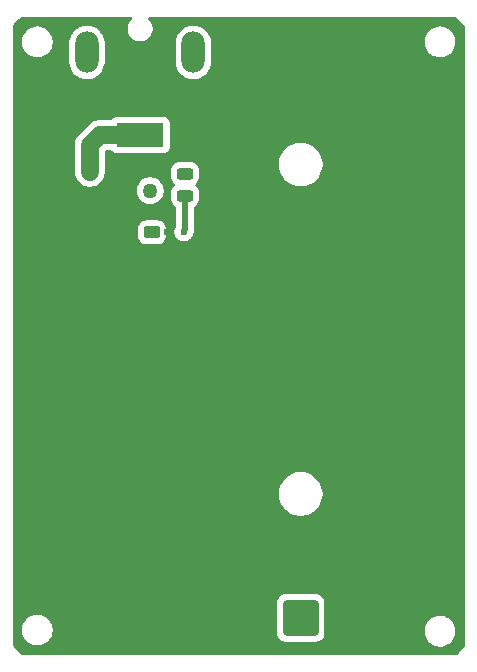
<source format=gbr>
%TF.GenerationSoftware,KiCad,Pcbnew,9.0.2*%
%TF.CreationDate,2025-06-25T22:40:44-04:00*%
%TF.ProjectId,NK_BMS,4e4b5f42-4d53-42e6-9b69-6361645f7063,rev?*%
%TF.SameCoordinates,Original*%
%TF.FileFunction,Copper,L1,Top*%
%TF.FilePolarity,Positive*%
%FSLAX46Y46*%
G04 Gerber Fmt 4.6, Leading zero omitted, Abs format (unit mm)*
G04 Created by KiCad (PCBNEW 9.0.2) date 2025-06-25 22:40:44*
%MOMM*%
%LPD*%
G01*
G04 APERTURE LIST*
G04 Aperture macros list*
%AMRoundRect*
0 Rectangle with rounded corners*
0 $1 Rounding radius*
0 $2 $3 $4 $5 $6 $7 $8 $9 X,Y pos of 4 corners*
0 Add a 4 corners polygon primitive as box body*
4,1,4,$2,$3,$4,$5,$6,$7,$8,$9,$2,$3,0*
0 Add four circle primitives for the rounded corners*
1,1,$1+$1,$2,$3*
1,1,$1+$1,$4,$5*
1,1,$1+$1,$6,$7*
1,1,$1+$1,$8,$9*
0 Add four rect primitives between the rounded corners*
20,1,$1+$1,$2,$3,$4,$5,0*
20,1,$1+$1,$4,$5,$6,$7,0*
20,1,$1+$1,$6,$7,$8,$9,0*
20,1,$1+$1,$8,$9,$2,$3,0*%
G04 Aperture macros list end*
%TA.AperFunction,SMDPad,CuDef*%
%ADD10RoundRect,0.243750X0.456250X-0.243750X0.456250X0.243750X-0.456250X0.243750X-0.456250X-0.243750X0*%
%TD*%
%TA.AperFunction,ComponentPad*%
%ADD11C,1.270000*%
%TD*%
%TA.AperFunction,ComponentPad*%
%ADD12RoundRect,0.250000X1.250000X-1.250000X1.250000X1.250000X-1.250000X1.250000X-1.250000X-1.250000X0*%
%TD*%
%TA.AperFunction,ComponentPad*%
%ADD13C,3.000000*%
%TD*%
%TA.AperFunction,ComponentPad*%
%ADD14R,4.000000X2.000000*%
%TD*%
%TA.AperFunction,ComponentPad*%
%ADD15O,3.300000X2.000000*%
%TD*%
%TA.AperFunction,ComponentPad*%
%ADD16O,2.000000X3.500000*%
%TD*%
%TA.AperFunction,SMDPad,CuDef*%
%ADD17RoundRect,0.250000X-0.450000X0.262500X-0.450000X-0.262500X0.450000X-0.262500X0.450000X0.262500X0*%
%TD*%
%TA.AperFunction,ViaPad*%
%ADD18C,0.600000*%
%TD*%
%TA.AperFunction,Conductor*%
%ADD19C,0.508000*%
%TD*%
%TA.AperFunction,Conductor*%
%ADD20C,1.524000*%
%TD*%
%TA.AperFunction,Conductor*%
%ADD21C,0.200000*%
%TD*%
G04 APERTURE END LIST*
D10*
%TO.P,D2,1,K*%
%TO.N,Net-(D2-K)*%
X131300000Y-83137500D03*
%TO.P,D2,2,A*%
%TO.N,Net-(D2-A)*%
X131300000Y-81262500D03*
%TD*%
D11*
%TO.P,F1,1*%
%TO.N,Net-(CN1-Pin_1)*%
X123250000Y-81100000D03*
%TO.P,F1,2*%
%TO.N,+5V*%
X128350000Y-82700000D03*
%TD*%
D12*
%TO.P,CN2,1,Pin_1*%
%TO.N,/BAT+*%
X141100000Y-118882500D03*
D13*
%TO.P,CN2,2,Pin_2*%
%TO.N,GND*%
X141100000Y-69982500D03*
%TD*%
D14*
%TO.P,CN1,1,Pin_1*%
%TO.N,Net-(CN1-Pin_1)*%
X127500000Y-78000000D03*
D15*
%TO.P,CN1,2,Pin_2*%
%TO.N,GND*%
X127500000Y-72000000D03*
D16*
%TO.P,CN1,MP*%
%TO.N,N/C*%
X132000000Y-71000000D03*
X123000000Y-71000000D03*
%TD*%
D17*
%TO.P,R1,1*%
%TO.N,Net-(U1-PROG)*%
X128500000Y-86237500D03*
%TO.P,R1,2*%
%TO.N,GND*%
X128500000Y-88062500D03*
%TD*%
D18*
%TO.N,GND*%
X131900000Y-87200000D03*
X129800000Y-88200000D03*
X129800000Y-87150000D03*
X129800000Y-86200000D03*
X118700000Y-114300000D03*
X117700000Y-111300000D03*
X118700000Y-112300000D03*
X120700000Y-111300000D03*
X119700000Y-113300000D03*
X118700000Y-113300000D03*
X117700000Y-112300000D03*
X117700000Y-113300000D03*
X120700000Y-114300000D03*
X120700000Y-110300000D03*
X120700000Y-108300000D03*
X117700000Y-105300000D03*
X119700000Y-103300000D03*
X120700000Y-104300000D03*
X118700000Y-106300000D03*
X117700000Y-108300000D03*
X119700000Y-110300000D03*
X118700000Y-103300000D03*
X118700000Y-111300000D03*
X119700000Y-104300000D03*
X117700000Y-109300000D03*
X120700000Y-107300000D03*
X118700000Y-108300000D03*
X117700000Y-104300000D03*
X119700000Y-106300000D03*
X120700000Y-105300000D03*
X117700000Y-110300000D03*
X119700000Y-108300000D03*
X118700000Y-107300000D03*
X117700000Y-103300000D03*
X120700000Y-109300000D03*
X118700000Y-104300000D03*
X118700000Y-109300000D03*
X117700000Y-106300000D03*
X118700000Y-110300000D03*
X119700000Y-105300000D03*
X120700000Y-112300000D03*
X117700000Y-107300000D03*
X119700000Y-112300000D03*
X120700000Y-113300000D03*
X120700000Y-106300000D03*
X117700000Y-114300000D03*
X119700000Y-107300000D03*
X120700000Y-103300000D03*
X119700000Y-114300000D03*
X119700000Y-111300000D03*
X118700000Y-105300000D03*
X119700000Y-109300000D03*
%TO.N,Net-(D2-A)*%
X131300000Y-81300000D03*
%TO.N,Net-(D2-K)*%
X131200000Y-86200000D03*
%TO.N,GND*%
X122700000Y-114300000D03*
X125700000Y-104300000D03*
X123700000Y-109300000D03*
X130700000Y-109300000D03*
X125700000Y-111300000D03*
X126700000Y-104300000D03*
X125700000Y-112300000D03*
X124700000Y-103300000D03*
X127700000Y-112300000D03*
X123700000Y-112300000D03*
X121700000Y-107300000D03*
X130700000Y-112300000D03*
X129700000Y-110300000D03*
X121700000Y-114300000D03*
X124700000Y-112300000D03*
X123700000Y-107300000D03*
X129700000Y-104300000D03*
X129700000Y-109300000D03*
X124700000Y-106300000D03*
X124700000Y-113300000D03*
X130700000Y-111300000D03*
X128700000Y-113300000D03*
X123700000Y-105300000D03*
X123700000Y-111300000D03*
X127700000Y-110300000D03*
X129700000Y-114300000D03*
X127700000Y-103300000D03*
X122700000Y-105300000D03*
X123700000Y-114300000D03*
X122700000Y-110300000D03*
X121700000Y-106300000D03*
X122700000Y-109300000D03*
X129700000Y-112300000D03*
X122700000Y-104300000D03*
X126700000Y-108300000D03*
X124700000Y-109300000D03*
X122700000Y-107300000D03*
X123700000Y-106300000D03*
X121700000Y-103300000D03*
X127700000Y-108300000D03*
X129700000Y-111300000D03*
X126700000Y-114300000D03*
X128700000Y-106300000D03*
X121700000Y-104300000D03*
X125700000Y-107300000D03*
X123700000Y-108300000D03*
X125700000Y-108300000D03*
X127700000Y-106300000D03*
X125700000Y-110300000D03*
X126700000Y-103300000D03*
X121700000Y-110300000D03*
X126700000Y-109300000D03*
X124700000Y-105300000D03*
X126700000Y-111300000D03*
X122700000Y-108300000D03*
X121700000Y-108300000D03*
X128700000Y-111300000D03*
X122700000Y-111300000D03*
X129700000Y-113300000D03*
X125700000Y-113300000D03*
X127700000Y-104300000D03*
X128700000Y-109300000D03*
X128700000Y-107300000D03*
X121700000Y-109300000D03*
X124700000Y-107300000D03*
X126700000Y-106300000D03*
X128700000Y-110300000D03*
X127700000Y-109300000D03*
X130700000Y-114300000D03*
X122700000Y-103300000D03*
X128700000Y-108300000D03*
X130700000Y-110300000D03*
X128700000Y-114300000D03*
X130700000Y-108300000D03*
X125700000Y-103300000D03*
X130700000Y-103300000D03*
X122700000Y-106300000D03*
X124700000Y-104300000D03*
X128700000Y-105300000D03*
X128700000Y-103300000D03*
X127700000Y-113300000D03*
X123700000Y-103300000D03*
X123700000Y-104300000D03*
X129700000Y-105300000D03*
X130700000Y-106300000D03*
X123700000Y-110300000D03*
X129700000Y-108300000D03*
X128700000Y-104300000D03*
X121700000Y-105300000D03*
X130700000Y-105300000D03*
X126700000Y-110300000D03*
X127700000Y-105300000D03*
X124700000Y-108300000D03*
X127700000Y-107300000D03*
X126700000Y-107300000D03*
X125700000Y-105300000D03*
X125700000Y-106300000D03*
X129700000Y-103300000D03*
X127700000Y-111300000D03*
X121700000Y-112300000D03*
X130700000Y-113300000D03*
X130700000Y-104300000D03*
X125700000Y-114300000D03*
X126700000Y-113300000D03*
X124700000Y-110300000D03*
X124700000Y-114300000D03*
X121700000Y-113300000D03*
X122700000Y-113300000D03*
X123700000Y-113300000D03*
X126700000Y-105300000D03*
X129700000Y-107300000D03*
X130700000Y-107300000D03*
X126700000Y-112300000D03*
X125700000Y-109300000D03*
X121700000Y-111300000D03*
X128700000Y-112300000D03*
X122700000Y-112300000D03*
X127700000Y-114300000D03*
X124700000Y-111300000D03*
X129700000Y-106300000D03*
%TO.N,Net-(U1-PROG)*%
X128450000Y-86200000D03*
%TD*%
D19*
%TO.N,Net-(D2-K)*%
X131300000Y-86000000D02*
X131300000Y-83137500D01*
X131200000Y-86100000D02*
X131300000Y-86000000D01*
X131200000Y-86200000D02*
X131200000Y-86100000D01*
D20*
%TO.N,Net-(CN1-Pin_1)*%
X123250000Y-78850000D02*
X123250000Y-81100000D01*
X127500000Y-78000000D02*
X124100000Y-78000000D01*
X124100000Y-78000000D02*
X123250000Y-78850000D01*
D21*
%TO.N,Net-(U1-PROG)*%
X128487500Y-86237500D02*
X128450000Y-86200000D01*
X128500000Y-86237500D02*
X128487500Y-86237500D01*
%TD*%
%TA.AperFunction,Conductor*%
%TO.N,GND*%
G36*
X126781544Y-68020185D02*
G01*
X126827299Y-68072989D01*
X126837243Y-68142147D01*
X126808218Y-68205703D01*
X126802186Y-68212181D01*
X126684025Y-68330341D01*
X126684024Y-68330342D01*
X126569058Y-68502403D01*
X126489870Y-68693579D01*
X126489868Y-68693587D01*
X126449500Y-68896530D01*
X126449500Y-69103469D01*
X126489868Y-69306412D01*
X126489870Y-69306420D01*
X126569058Y-69497596D01*
X126684024Y-69669657D01*
X126830342Y-69815975D01*
X126830345Y-69815977D01*
X127002402Y-69930941D01*
X127193580Y-70010130D01*
X127396530Y-70050499D01*
X127396534Y-70050500D01*
X127396535Y-70050500D01*
X127603466Y-70050500D01*
X127603467Y-70050499D01*
X127806420Y-70010130D01*
X127997598Y-69930941D01*
X128169655Y-69815977D01*
X128315977Y-69669655D01*
X128430941Y-69497598D01*
X128510130Y-69306420D01*
X128550500Y-69103465D01*
X128550500Y-68896535D01*
X128510130Y-68693580D01*
X128430941Y-68502402D01*
X128315977Y-68330345D01*
X128315975Y-68330342D01*
X128197814Y-68212181D01*
X128164329Y-68150858D01*
X128169313Y-68081166D01*
X128211185Y-68025233D01*
X128276649Y-68000816D01*
X128285495Y-68000500D01*
X154135736Y-68000500D01*
X154202775Y-68020185D01*
X154211595Y-68026411D01*
X154420317Y-68187872D01*
X154431465Y-68197616D01*
X154660046Y-68422895D01*
X154669377Y-68433185D01*
X154795873Y-68589461D01*
X154875058Y-68687287D01*
X154882679Y-68697780D01*
X154979507Y-68846941D01*
X154999499Y-68913887D01*
X154999500Y-68914456D01*
X154999500Y-121211857D01*
X154981203Y-121276687D01*
X154949833Y-121327835D01*
X154941138Y-121340241D01*
X154717662Y-121620926D01*
X154707636Y-121632065D01*
X154493189Y-121843134D01*
X154482023Y-121852881D01*
X154325759Y-121973622D01*
X154260675Y-121999035D01*
X154249943Y-121999500D01*
X117565653Y-121999500D01*
X117498614Y-121979815D01*
X117492355Y-121975517D01*
X117307471Y-121840023D01*
X117296479Y-121830952D01*
X117062038Y-121613670D01*
X117052385Y-121603661D01*
X116842300Y-121359818D01*
X116834024Y-121349076D01*
X116722281Y-121186355D01*
X116700558Y-121119948D01*
X116700500Y-121116160D01*
X116700500Y-119797648D01*
X117499500Y-119797648D01*
X117499500Y-120002351D01*
X117531522Y-120204534D01*
X117594781Y-120399223D01*
X117687715Y-120581613D01*
X117808028Y-120747213D01*
X117952786Y-120891971D01*
X118090420Y-120991966D01*
X118118390Y-121012287D01*
X118234607Y-121071503D01*
X118300776Y-121105218D01*
X118300778Y-121105218D01*
X118300781Y-121105220D01*
X118405137Y-121139127D01*
X118495465Y-121168477D01*
X118596557Y-121184488D01*
X118697648Y-121200500D01*
X118697649Y-121200500D01*
X118902351Y-121200500D01*
X118902352Y-121200500D01*
X119104534Y-121168477D01*
X119299219Y-121105220D01*
X119481610Y-121012287D01*
X119574590Y-120944732D01*
X119647213Y-120891971D01*
X119647215Y-120891968D01*
X119647219Y-120891966D01*
X119791966Y-120747219D01*
X119791968Y-120747215D01*
X119791971Y-120747213D01*
X119898085Y-120601157D01*
X119912287Y-120581610D01*
X120005220Y-120399219D01*
X120068477Y-120204534D01*
X120100500Y-120002352D01*
X120100500Y-119797648D01*
X120068477Y-119595466D01*
X120005220Y-119400781D01*
X120005218Y-119400778D01*
X120005218Y-119400776D01*
X119971503Y-119334607D01*
X119912287Y-119218390D01*
X119904556Y-119207749D01*
X119791971Y-119052786D01*
X119647213Y-118908028D01*
X119481613Y-118787715D01*
X119481612Y-118787714D01*
X119481610Y-118787713D01*
X119424653Y-118758691D01*
X119299223Y-118694781D01*
X119104534Y-118631522D01*
X118929995Y-118603878D01*
X118902352Y-118599500D01*
X118697648Y-118599500D01*
X118673329Y-118603351D01*
X118495465Y-118631522D01*
X118300776Y-118694781D01*
X118118386Y-118787715D01*
X117952786Y-118908028D01*
X117808028Y-119052786D01*
X117687715Y-119218386D01*
X117594781Y-119400776D01*
X117531522Y-119595465D01*
X117499500Y-119797648D01*
X116700500Y-119797648D01*
X116700500Y-117582483D01*
X139099500Y-117582483D01*
X139099500Y-120182501D01*
X139099501Y-120182518D01*
X139110000Y-120285296D01*
X139110001Y-120285299D01*
X139147751Y-120399219D01*
X139165186Y-120451834D01*
X139257288Y-120601156D01*
X139381344Y-120725212D01*
X139530666Y-120817314D01*
X139697203Y-120872499D01*
X139799991Y-120883000D01*
X142400008Y-120882999D01*
X142502797Y-120872499D01*
X142669334Y-120817314D01*
X142818656Y-120725212D01*
X142942712Y-120601156D01*
X143034814Y-120451834D01*
X143089999Y-120285297D01*
X143100500Y-120182509D01*
X143100500Y-119897648D01*
X151599500Y-119897648D01*
X151599500Y-120102351D01*
X151631522Y-120304534D01*
X151694781Y-120499223D01*
X151787715Y-120681613D01*
X151908028Y-120847213D01*
X152052786Y-120991971D01*
X152207749Y-121104556D01*
X152218390Y-121112287D01*
X152328669Y-121168477D01*
X152400776Y-121205218D01*
X152400778Y-121205218D01*
X152400781Y-121205220D01*
X152505137Y-121239127D01*
X152595465Y-121268477D01*
X152647301Y-121276687D01*
X152797648Y-121300500D01*
X152797649Y-121300500D01*
X153002351Y-121300500D01*
X153002352Y-121300500D01*
X153204534Y-121268477D01*
X153399219Y-121205220D01*
X153581610Y-121112287D01*
X153674590Y-121044732D01*
X153747213Y-120991971D01*
X153747215Y-120991968D01*
X153747219Y-120991966D01*
X153891966Y-120847219D01*
X153891968Y-120847215D01*
X153891971Y-120847213D01*
X153944732Y-120774590D01*
X154012287Y-120681610D01*
X154105220Y-120499219D01*
X154168477Y-120304534D01*
X154200500Y-120102352D01*
X154200500Y-119897648D01*
X154168477Y-119695466D01*
X154105220Y-119500781D01*
X154105218Y-119500778D01*
X154105218Y-119500776D01*
X154054265Y-119400776D01*
X154012287Y-119318390D01*
X154004556Y-119307749D01*
X153891971Y-119152786D01*
X153747213Y-119008028D01*
X153581613Y-118887715D01*
X153581612Y-118887714D01*
X153581610Y-118887713D01*
X153524653Y-118858691D01*
X153399223Y-118794781D01*
X153204534Y-118731522D01*
X153029995Y-118703878D01*
X153002352Y-118699500D01*
X152797648Y-118699500D01*
X152773329Y-118703351D01*
X152595465Y-118731522D01*
X152400776Y-118794781D01*
X152218386Y-118887715D01*
X152052786Y-119008028D01*
X151908028Y-119152786D01*
X151787715Y-119318386D01*
X151694781Y-119500776D01*
X151631522Y-119695465D01*
X151599500Y-119897648D01*
X143100500Y-119897648D01*
X143100499Y-118794781D01*
X143100499Y-117582498D01*
X143100498Y-117582481D01*
X143089999Y-117479703D01*
X143089998Y-117479700D01*
X143034814Y-117313166D01*
X142942712Y-117163844D01*
X142818656Y-117039788D01*
X142669334Y-116947686D01*
X142502797Y-116892501D01*
X142502795Y-116892500D01*
X142400010Y-116882000D01*
X139799998Y-116882000D01*
X139799981Y-116882001D01*
X139697203Y-116892500D01*
X139697200Y-116892501D01*
X139530668Y-116947685D01*
X139530663Y-116947687D01*
X139381342Y-117039789D01*
X139257289Y-117163842D01*
X139165187Y-117313163D01*
X139165186Y-117313166D01*
X139110001Y-117479703D01*
X139110001Y-117479704D01*
X139110000Y-117479704D01*
X139099500Y-117582483D01*
X116700500Y-117582483D01*
X116700500Y-108261211D01*
X139249500Y-108261211D01*
X139249500Y-108503788D01*
X139281161Y-108744285D01*
X139343947Y-108978604D01*
X139436773Y-109202705D01*
X139436776Y-109202712D01*
X139558064Y-109412789D01*
X139558066Y-109412792D01*
X139558067Y-109412793D01*
X139705733Y-109605236D01*
X139705739Y-109605243D01*
X139877256Y-109776760D01*
X139877262Y-109776765D01*
X140069711Y-109924436D01*
X140279788Y-110045724D01*
X140503900Y-110138554D01*
X140738211Y-110201338D01*
X140918586Y-110225084D01*
X140978711Y-110233000D01*
X140978712Y-110233000D01*
X141221289Y-110233000D01*
X141269388Y-110226667D01*
X141461789Y-110201338D01*
X141696100Y-110138554D01*
X141920212Y-110045724D01*
X142130289Y-109924436D01*
X142322738Y-109776765D01*
X142494265Y-109605238D01*
X142641936Y-109412789D01*
X142763224Y-109202712D01*
X142856054Y-108978600D01*
X142918838Y-108744289D01*
X142950500Y-108503788D01*
X142950500Y-108261212D01*
X142918838Y-108020711D01*
X142856054Y-107786400D01*
X142763224Y-107562288D01*
X142641936Y-107352211D01*
X142494265Y-107159762D01*
X142494260Y-107159756D01*
X142322743Y-106988239D01*
X142322736Y-106988233D01*
X142130293Y-106840567D01*
X142130292Y-106840566D01*
X142130289Y-106840564D01*
X141920212Y-106719276D01*
X141920205Y-106719273D01*
X141696104Y-106626447D01*
X141461785Y-106563661D01*
X141221289Y-106532000D01*
X141221288Y-106532000D01*
X140978712Y-106532000D01*
X140978711Y-106532000D01*
X140738214Y-106563661D01*
X140503895Y-106626447D01*
X140279794Y-106719273D01*
X140279785Y-106719277D01*
X140069706Y-106840567D01*
X139877263Y-106988233D01*
X139877256Y-106988239D01*
X139705739Y-107159756D01*
X139705733Y-107159763D01*
X139558067Y-107352206D01*
X139436777Y-107562285D01*
X139436773Y-107562294D01*
X139343947Y-107786395D01*
X139281161Y-108020714D01*
X139249500Y-108261211D01*
X116700500Y-108261211D01*
X116700500Y-85924983D01*
X127299500Y-85924983D01*
X127299500Y-86550001D01*
X127299501Y-86550019D01*
X127310000Y-86652796D01*
X127310001Y-86652799D01*
X127329052Y-86710289D01*
X127365186Y-86819334D01*
X127457288Y-86968656D01*
X127581344Y-87092712D01*
X127730666Y-87184814D01*
X127897203Y-87239999D01*
X127999991Y-87250500D01*
X129000008Y-87250499D01*
X129000016Y-87250498D01*
X129000019Y-87250498D01*
X129056302Y-87244748D01*
X129102797Y-87239999D01*
X129269334Y-87184814D01*
X129418656Y-87092712D01*
X129542712Y-86968656D01*
X129634814Y-86819334D01*
X129689999Y-86652797D01*
X129700500Y-86550009D01*
X129700499Y-85924992D01*
X129689999Y-85822203D01*
X129634814Y-85655666D01*
X129542712Y-85506344D01*
X129418656Y-85382288D01*
X129269334Y-85290186D01*
X129102797Y-85235001D01*
X129102795Y-85235000D01*
X129000010Y-85224500D01*
X127999998Y-85224500D01*
X127999980Y-85224501D01*
X127897203Y-85235000D01*
X127897200Y-85235001D01*
X127730668Y-85290185D01*
X127730663Y-85290187D01*
X127581342Y-85382289D01*
X127457289Y-85506342D01*
X127365187Y-85655663D01*
X127365185Y-85655668D01*
X127352488Y-85693986D01*
X127310001Y-85822203D01*
X127310001Y-85822204D01*
X127310000Y-85822204D01*
X127299500Y-85924983D01*
X116700500Y-85924983D01*
X116700500Y-82610634D01*
X127214500Y-82610634D01*
X127214500Y-82789365D01*
X127242460Y-82965898D01*
X127242460Y-82965901D01*
X127297689Y-83135878D01*
X127297691Y-83135881D01*
X127378833Y-83295132D01*
X127483889Y-83439728D01*
X127610272Y-83566111D01*
X127754868Y-83671167D01*
X127914119Y-83752309D01*
X127914121Y-83752310D01*
X128072670Y-83803825D01*
X128084103Y-83807540D01*
X128260634Y-83835500D01*
X128260635Y-83835500D01*
X128439365Y-83835500D01*
X128439366Y-83835500D01*
X128615897Y-83807540D01*
X128615900Y-83807539D01*
X128615901Y-83807539D01*
X128785878Y-83752310D01*
X128785878Y-83752309D01*
X128785881Y-83752309D01*
X128945132Y-83671167D01*
X129089728Y-83566111D01*
X129216111Y-83439728D01*
X129321167Y-83295132D01*
X129402309Y-83135881D01*
X129457540Y-82965897D01*
X129485500Y-82789366D01*
X129485500Y-82610634D01*
X129457540Y-82434103D01*
X129457539Y-82434099D01*
X129457539Y-82434098D01*
X129402310Y-82264121D01*
X129402308Y-82264118D01*
X129369639Y-82200000D01*
X129321167Y-82104868D01*
X129216111Y-81960272D01*
X129089728Y-81833889D01*
X128945132Y-81728833D01*
X128785881Y-81647691D01*
X128785878Y-81647689D01*
X128615899Y-81592460D01*
X128498209Y-81573820D01*
X128439366Y-81564500D01*
X128260634Y-81564500D01*
X128201790Y-81573820D01*
X128084101Y-81592460D01*
X128084098Y-81592460D01*
X127914121Y-81647689D01*
X127914118Y-81647691D01*
X127754867Y-81728833D01*
X127610270Y-81833890D01*
X127483890Y-81960270D01*
X127378833Y-82104867D01*
X127297691Y-82264118D01*
X127297689Y-82264121D01*
X127242460Y-82434098D01*
X127242460Y-82434101D01*
X127214500Y-82610634D01*
X116700500Y-82610634D01*
X116700500Y-78750639D01*
X121987500Y-78750639D01*
X121987500Y-81199360D01*
X122018587Y-81395637D01*
X122079993Y-81584629D01*
X122079994Y-81584632D01*
X122153469Y-81728833D01*
X122170213Y-81761694D01*
X122287019Y-81922464D01*
X122427536Y-82062981D01*
X122588306Y-82179787D01*
X122656705Y-82214638D01*
X122765367Y-82270005D01*
X122765370Y-82270006D01*
X122794449Y-82279454D01*
X122954364Y-82331413D01*
X123150639Y-82362500D01*
X123150640Y-82362500D01*
X123349360Y-82362500D01*
X123349361Y-82362500D01*
X123545636Y-82331413D01*
X123734632Y-82270005D01*
X123911694Y-82179787D01*
X124072464Y-82062981D01*
X124212981Y-81922464D01*
X124329787Y-81761694D01*
X124420005Y-81584632D01*
X124481413Y-81395636D01*
X124512500Y-81199361D01*
X124512500Y-80969144D01*
X130099500Y-80969144D01*
X130099500Y-81555855D01*
X130109913Y-81657776D01*
X130164637Y-81822922D01*
X130164642Y-81822933D01*
X130255971Y-81970999D01*
X130255974Y-81971003D01*
X130378996Y-82094025D01*
X130379000Y-82094028D01*
X130379703Y-82094462D01*
X130380083Y-82094885D01*
X130384664Y-82098507D01*
X130384045Y-82099289D01*
X130426428Y-82146410D01*
X130437649Y-82215372D01*
X130409806Y-82279454D01*
X130384544Y-82301342D01*
X130384664Y-82301493D01*
X130381315Y-82304140D01*
X130379703Y-82305538D01*
X130379000Y-82305971D01*
X130378996Y-82305974D01*
X130255974Y-82428996D01*
X130255971Y-82429000D01*
X130164642Y-82577066D01*
X130164637Y-82577077D01*
X130109913Y-82742223D01*
X130099500Y-82844144D01*
X130099500Y-83430855D01*
X130109913Y-83532776D01*
X130164637Y-83697922D01*
X130164642Y-83697933D01*
X130255971Y-83845999D01*
X130255974Y-83846003D01*
X130378997Y-83969026D01*
X130486598Y-84035395D01*
X130533321Y-84087342D01*
X130545500Y-84140933D01*
X130545500Y-85685115D01*
X130543687Y-85693986D01*
X130544647Y-85699633D01*
X130538597Y-85718908D01*
X130535569Y-85733739D01*
X130532522Y-85740886D01*
X130531370Y-85742611D01*
X130517054Y-85777173D01*
X130516807Y-85777753D01*
X130516424Y-85778217D01*
X130505842Y-85798017D01*
X130490610Y-85820814D01*
X130490602Y-85820828D01*
X130430264Y-85966498D01*
X130430261Y-85966510D01*
X130399500Y-86121153D01*
X130399500Y-86278846D01*
X130430261Y-86433489D01*
X130430264Y-86433501D01*
X130490602Y-86579172D01*
X130490609Y-86579185D01*
X130578210Y-86710288D01*
X130578213Y-86710292D01*
X130689707Y-86821786D01*
X130689711Y-86821789D01*
X130820814Y-86909390D01*
X130820827Y-86909397D01*
X130966498Y-86969735D01*
X130966503Y-86969737D01*
X131121153Y-87000499D01*
X131121156Y-87000500D01*
X131121158Y-87000500D01*
X131278844Y-87000500D01*
X131278845Y-87000499D01*
X131433497Y-86969737D01*
X131579179Y-86909394D01*
X131710289Y-86821789D01*
X131821789Y-86710289D01*
X131909394Y-86579179D01*
X131969737Y-86433497D01*
X131997505Y-86293891D01*
X132004556Y-86270652D01*
X132025505Y-86220080D01*
X132054500Y-86074312D01*
X132054500Y-84140933D01*
X132074185Y-84073894D01*
X132113400Y-84035396D01*
X132221003Y-83969026D01*
X132344026Y-83846003D01*
X132435362Y-83697925D01*
X132490087Y-83532775D01*
X132500500Y-83430848D01*
X132500500Y-82844152D01*
X132490087Y-82742225D01*
X132435362Y-82577075D01*
X132435358Y-82577069D01*
X132435357Y-82577066D01*
X132344028Y-82429000D01*
X132344025Y-82428996D01*
X132221004Y-82305975D01*
X132221003Y-82305974D01*
X132220301Y-82305541D01*
X132219921Y-82305118D01*
X132215336Y-82301493D01*
X132215955Y-82300709D01*
X132173575Y-82253598D01*
X132162349Y-82184636D01*
X132190188Y-82120552D01*
X132215455Y-82098657D01*
X132215336Y-82098507D01*
X132218687Y-82095856D01*
X132220299Y-82094459D01*
X132221003Y-82094026D01*
X132344026Y-81971003D01*
X132435362Y-81822925D01*
X132490087Y-81657775D01*
X132500500Y-81555848D01*
X132500500Y-80969152D01*
X132490087Y-80867225D01*
X132435362Y-80702075D01*
X132435358Y-80702069D01*
X132435357Y-80702066D01*
X132344028Y-80554000D01*
X132344025Y-80553996D01*
X132221003Y-80430974D01*
X132220999Y-80430971D01*
X132107901Y-80361211D01*
X139249500Y-80361211D01*
X139249500Y-80603788D01*
X139281161Y-80844285D01*
X139343947Y-81078604D01*
X139436773Y-81302705D01*
X139436776Y-81302712D01*
X139558064Y-81512789D01*
X139558066Y-81512792D01*
X139558067Y-81512793D01*
X139705733Y-81705236D01*
X139705739Y-81705243D01*
X139877256Y-81876760D01*
X139877262Y-81876765D01*
X140069711Y-82024436D01*
X140279788Y-82145724D01*
X140503900Y-82238554D01*
X140738211Y-82301338D01*
X140918586Y-82325084D01*
X140978711Y-82333000D01*
X140978712Y-82333000D01*
X141221289Y-82333000D01*
X141269388Y-82326667D01*
X141461789Y-82301338D01*
X141696100Y-82238554D01*
X141920212Y-82145724D01*
X142130289Y-82024436D01*
X142322738Y-81876765D01*
X142494265Y-81705238D01*
X142641936Y-81512789D01*
X142763224Y-81302712D01*
X142856054Y-81078600D01*
X142918838Y-80844289D01*
X142950500Y-80603788D01*
X142950500Y-80361212D01*
X142918838Y-80120711D01*
X142856054Y-79886400D01*
X142763224Y-79662288D01*
X142641936Y-79452211D01*
X142534493Y-79312188D01*
X142494266Y-79259763D01*
X142494260Y-79259756D01*
X142322743Y-79088239D01*
X142322736Y-79088233D01*
X142130293Y-78940567D01*
X142130292Y-78940566D01*
X142130289Y-78940564D01*
X141920212Y-78819276D01*
X141920205Y-78819273D01*
X141696104Y-78726447D01*
X141461785Y-78663661D01*
X141221289Y-78632000D01*
X141221288Y-78632000D01*
X140978712Y-78632000D01*
X140978711Y-78632000D01*
X140738214Y-78663661D01*
X140503895Y-78726447D01*
X140279794Y-78819273D01*
X140279785Y-78819277D01*
X140069706Y-78940567D01*
X139877263Y-79088233D01*
X139877256Y-79088239D01*
X139705739Y-79259756D01*
X139705733Y-79259763D01*
X139558067Y-79452206D01*
X139436777Y-79662285D01*
X139436773Y-79662294D01*
X139343947Y-79886395D01*
X139281161Y-80120714D01*
X139249500Y-80361211D01*
X132107901Y-80361211D01*
X132072933Y-80339642D01*
X132072927Y-80339639D01*
X132072925Y-80339638D01*
X132072922Y-80339637D01*
X131907776Y-80284913D01*
X131805855Y-80274500D01*
X131805848Y-80274500D01*
X130794152Y-80274500D01*
X130794144Y-80274500D01*
X130692223Y-80284913D01*
X130527077Y-80339637D01*
X130527066Y-80339642D01*
X130379000Y-80430971D01*
X130378996Y-80430974D01*
X130255974Y-80553996D01*
X130255971Y-80554000D01*
X130164642Y-80702066D01*
X130164637Y-80702077D01*
X130109913Y-80867223D01*
X130099500Y-80969144D01*
X124512500Y-80969144D01*
X124512500Y-79424306D01*
X124521144Y-79394865D01*
X124527668Y-79364879D01*
X124531422Y-79359863D01*
X124532185Y-79357267D01*
X124548819Y-79336625D01*
X124586625Y-79298819D01*
X124647948Y-79265334D01*
X124674306Y-79262500D01*
X125009233Y-79262500D01*
X125076272Y-79282185D01*
X125108499Y-79312188D01*
X125142454Y-79357546D01*
X125257669Y-79443796D01*
X125257670Y-79443796D01*
X125257671Y-79443797D01*
X125392517Y-79494091D01*
X125392516Y-79494091D01*
X125399444Y-79494835D01*
X125452127Y-79500500D01*
X129547872Y-79500499D01*
X129607483Y-79494091D01*
X129742331Y-79443796D01*
X129857546Y-79357546D01*
X129943796Y-79242331D01*
X129994091Y-79107483D01*
X130000500Y-79047873D01*
X130000499Y-76952128D01*
X129994091Y-76892517D01*
X129970771Y-76829994D01*
X129943797Y-76757671D01*
X129943793Y-76757664D01*
X129857547Y-76642455D01*
X129857544Y-76642452D01*
X129742335Y-76556206D01*
X129742328Y-76556202D01*
X129607482Y-76505908D01*
X129607483Y-76505908D01*
X129547883Y-76499501D01*
X129547881Y-76499500D01*
X129547873Y-76499500D01*
X129547864Y-76499500D01*
X125452129Y-76499500D01*
X125452123Y-76499501D01*
X125392516Y-76505908D01*
X125257671Y-76556202D01*
X125257669Y-76556204D01*
X125142456Y-76642452D01*
X125142454Y-76642454D01*
X125108499Y-76687812D01*
X125052565Y-76729682D01*
X125009233Y-76737500D01*
X124204496Y-76737500D01*
X124204472Y-76737499D01*
X124199361Y-76737499D01*
X124000640Y-76737499D01*
X123935214Y-76747861D01*
X123804362Y-76768587D01*
X123615370Y-76829993D01*
X123615367Y-76829994D01*
X123438305Y-76920213D01*
X123277533Y-77037021D01*
X122287021Y-78027533D01*
X122170213Y-78188305D01*
X122079994Y-78365367D01*
X122079993Y-78365370D01*
X122018587Y-78554362D01*
X121987500Y-78750639D01*
X116700500Y-78750639D01*
X116700500Y-69997648D01*
X117499500Y-69997648D01*
X117499500Y-70202351D01*
X117531522Y-70404534D01*
X117594781Y-70599223D01*
X117687715Y-70781613D01*
X117808028Y-70947213D01*
X117952786Y-71091971D01*
X118107749Y-71204556D01*
X118118390Y-71212287D01*
X118234607Y-71271503D01*
X118300776Y-71305218D01*
X118300778Y-71305218D01*
X118300781Y-71305220D01*
X118405137Y-71339127D01*
X118495465Y-71368477D01*
X118596557Y-71384488D01*
X118697648Y-71400500D01*
X118697649Y-71400500D01*
X118902351Y-71400500D01*
X118902352Y-71400500D01*
X119104534Y-71368477D01*
X119299219Y-71305220D01*
X119481610Y-71212287D01*
X119574590Y-71144732D01*
X119647213Y-71091971D01*
X119647215Y-71091968D01*
X119647219Y-71091966D01*
X119791966Y-70947219D01*
X119791968Y-70947215D01*
X119791971Y-70947213D01*
X119844732Y-70874590D01*
X119912287Y-70781610D01*
X120005220Y-70599219D01*
X120068477Y-70404534D01*
X120100500Y-70202352D01*
X120100500Y-70131902D01*
X121499500Y-70131902D01*
X121499500Y-71868097D01*
X121536446Y-72101368D01*
X121609433Y-72325996D01*
X121716657Y-72536433D01*
X121855483Y-72727510D01*
X122022490Y-72894517D01*
X122213567Y-73033343D01*
X122312991Y-73084002D01*
X122424003Y-73140566D01*
X122424005Y-73140566D01*
X122424008Y-73140568D01*
X122544412Y-73179689D01*
X122648631Y-73213553D01*
X122881903Y-73250500D01*
X122881908Y-73250500D01*
X123118097Y-73250500D01*
X123351368Y-73213553D01*
X123575992Y-73140568D01*
X123786433Y-73033343D01*
X123977510Y-72894517D01*
X124144517Y-72727510D01*
X124283343Y-72536433D01*
X124390568Y-72325992D01*
X124463553Y-72101368D01*
X124500500Y-71868097D01*
X124500500Y-70131902D01*
X130499500Y-70131902D01*
X130499500Y-71868097D01*
X130536446Y-72101368D01*
X130609433Y-72325996D01*
X130716657Y-72536433D01*
X130855483Y-72727510D01*
X131022490Y-72894517D01*
X131213567Y-73033343D01*
X131312991Y-73084002D01*
X131424003Y-73140566D01*
X131424005Y-73140566D01*
X131424008Y-73140568D01*
X131544412Y-73179689D01*
X131648631Y-73213553D01*
X131881903Y-73250500D01*
X131881908Y-73250500D01*
X132118097Y-73250500D01*
X132351368Y-73213553D01*
X132575992Y-73140568D01*
X132786433Y-73033343D01*
X132977510Y-72894517D01*
X133144517Y-72727510D01*
X133283343Y-72536433D01*
X133390568Y-72325992D01*
X133463553Y-72101368D01*
X133500500Y-71868097D01*
X133500500Y-70131902D01*
X133481537Y-70012174D01*
X133479236Y-69997648D01*
X151599500Y-69997648D01*
X151599500Y-70202351D01*
X151631522Y-70404534D01*
X151694781Y-70599223D01*
X151787715Y-70781613D01*
X151908028Y-70947213D01*
X152052786Y-71091971D01*
X152207749Y-71204556D01*
X152218390Y-71212287D01*
X152334607Y-71271503D01*
X152400776Y-71305218D01*
X152400778Y-71305218D01*
X152400781Y-71305220D01*
X152505137Y-71339127D01*
X152595465Y-71368477D01*
X152696557Y-71384488D01*
X152797648Y-71400500D01*
X152797649Y-71400500D01*
X153002351Y-71400500D01*
X153002352Y-71400500D01*
X153204534Y-71368477D01*
X153399219Y-71305220D01*
X153581610Y-71212287D01*
X153674590Y-71144732D01*
X153747213Y-71091971D01*
X153747215Y-71091968D01*
X153747219Y-71091966D01*
X153891966Y-70947219D01*
X153891968Y-70947215D01*
X153891971Y-70947213D01*
X153944732Y-70874590D01*
X154012287Y-70781610D01*
X154105220Y-70599219D01*
X154168477Y-70404534D01*
X154200500Y-70202352D01*
X154200500Y-69997648D01*
X154168477Y-69795465D01*
X154127599Y-69669657D01*
X154105220Y-69600781D01*
X154105218Y-69600778D01*
X154105218Y-69600776D01*
X154071503Y-69534607D01*
X154012287Y-69418390D01*
X154004556Y-69407749D01*
X153891971Y-69252786D01*
X153747213Y-69108028D01*
X153581613Y-68987715D01*
X153581612Y-68987714D01*
X153581610Y-68987713D01*
X153524653Y-68958691D01*
X153399223Y-68894781D01*
X153204534Y-68831522D01*
X153029995Y-68803878D01*
X153002352Y-68799500D01*
X152797648Y-68799500D01*
X152773329Y-68803351D01*
X152595465Y-68831522D01*
X152400776Y-68894781D01*
X152218386Y-68987715D01*
X152052786Y-69108028D01*
X151908028Y-69252786D01*
X151787715Y-69418386D01*
X151694781Y-69600776D01*
X151631522Y-69795465D01*
X151599500Y-69997648D01*
X133479236Y-69997648D01*
X133463553Y-69898631D01*
X133390566Y-69674003D01*
X133334002Y-69562991D01*
X133283343Y-69463567D01*
X133144517Y-69272490D01*
X132977510Y-69105483D01*
X132786433Y-68966657D01*
X132575996Y-68859433D01*
X132351368Y-68786446D01*
X132118097Y-68749500D01*
X132118092Y-68749500D01*
X131881908Y-68749500D01*
X131881903Y-68749500D01*
X131648631Y-68786446D01*
X131424003Y-68859433D01*
X131213566Y-68966657D01*
X131184583Y-68987715D01*
X131022490Y-69105483D01*
X131022488Y-69105485D01*
X131022487Y-69105485D01*
X130855485Y-69272487D01*
X130855485Y-69272488D01*
X130855483Y-69272490D01*
X130795862Y-69354550D01*
X130716657Y-69463566D01*
X130609433Y-69674003D01*
X130536446Y-69898631D01*
X130499500Y-70131902D01*
X124500500Y-70131902D01*
X124463553Y-69898631D01*
X124390566Y-69674003D01*
X124334002Y-69562991D01*
X124283343Y-69463567D01*
X124144517Y-69272490D01*
X123977510Y-69105483D01*
X123786433Y-68966657D01*
X123575996Y-68859433D01*
X123351368Y-68786446D01*
X123118097Y-68749500D01*
X123118092Y-68749500D01*
X122881908Y-68749500D01*
X122881903Y-68749500D01*
X122648631Y-68786446D01*
X122424003Y-68859433D01*
X122213566Y-68966657D01*
X122184583Y-68987715D01*
X122022490Y-69105483D01*
X122022488Y-69105485D01*
X122022487Y-69105485D01*
X121855485Y-69272487D01*
X121855485Y-69272488D01*
X121855483Y-69272490D01*
X121795862Y-69354550D01*
X121716657Y-69463566D01*
X121609433Y-69674003D01*
X121536446Y-69898631D01*
X121499500Y-70131902D01*
X120100500Y-70131902D01*
X120100500Y-69997648D01*
X120068477Y-69795465D01*
X120027599Y-69669657D01*
X120005220Y-69600781D01*
X120005218Y-69600778D01*
X120005218Y-69600776D01*
X119971503Y-69534607D01*
X119912287Y-69418390D01*
X119904556Y-69407749D01*
X119791971Y-69252786D01*
X119647213Y-69108028D01*
X119481613Y-68987715D01*
X119481612Y-68987714D01*
X119481610Y-68987713D01*
X119424653Y-68958691D01*
X119299223Y-68894781D01*
X119104534Y-68831522D01*
X118929995Y-68803878D01*
X118902352Y-68799500D01*
X118697648Y-68799500D01*
X118673329Y-68803351D01*
X118495465Y-68831522D01*
X118300776Y-68894781D01*
X118118386Y-68987715D01*
X117952786Y-69108028D01*
X117808028Y-69252786D01*
X117687715Y-69418386D01*
X117594781Y-69600776D01*
X117531522Y-69795465D01*
X117499500Y-69997648D01*
X116700500Y-69997648D01*
X116700500Y-68776741D01*
X116705994Y-68758030D01*
X116706533Y-68738532D01*
X116719453Y-68712192D01*
X116720185Y-68709702D01*
X116722043Y-68706894D01*
X116798377Y-68595037D01*
X116806564Y-68584339D01*
X117004573Y-68352898D01*
X117014175Y-68342873D01*
X117235005Y-68136783D01*
X117246010Y-68127643D01*
X117385622Y-68024698D01*
X117451261Y-68000755D01*
X117459212Y-68000500D01*
X126714505Y-68000500D01*
X126781544Y-68020185D01*
G37*
%TD.AperFunction*%
%TD*%
M02*

</source>
